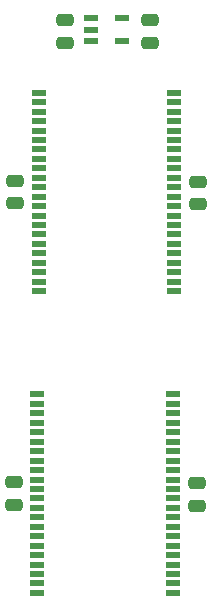
<source format=gtp>
%TF.GenerationSoftware,KiCad,Pcbnew,9.0.2*%
%TF.CreationDate,2025-06-15T19:51:53+02:00*%
%TF.ProjectId,HCP65 Coprocessor Memory,48435036-3520-4436-9f70-726f63657373,V0*%
%TF.SameCoordinates,Original*%
%TF.FileFunction,Paste,Top*%
%TF.FilePolarity,Positive*%
%FSLAX46Y46*%
G04 Gerber Fmt 4.6, Leading zero omitted, Abs format (unit mm)*
G04 Created by KiCad (PCBNEW 9.0.2) date 2025-06-15 19:51:53*
%MOMM*%
%LPD*%
G01*
G04 APERTURE LIST*
G04 Aperture macros list*
%AMRoundRect*
0 Rectangle with rounded corners*
0 $1 Rounding radius*
0 $2 $3 $4 $5 $6 $7 $8 $9 X,Y pos of 4 corners*
0 Add a 4 corners polygon primitive as box body*
4,1,4,$2,$3,$4,$5,$6,$7,$8,$9,$2,$3,0*
0 Add four circle primitives for the rounded corners*
1,1,$1+$1,$2,$3*
1,1,$1+$1,$4,$5*
1,1,$1+$1,$6,$7*
1,1,$1+$1,$8,$9*
0 Add four rect primitives between the rounded corners*
20,1,$1+$1,$2,$3,$4,$5,0*
20,1,$1+$1,$4,$5,$6,$7,0*
20,1,$1+$1,$6,$7,$8,$9,0*
20,1,$1+$1,$8,$9,$2,$3,0*%
G04 Aperture macros list end*
%ADD10RoundRect,0.250000X-0.475000X0.250000X-0.475000X-0.250000X0.475000X-0.250000X0.475000X0.250000X0*%
%ADD11RoundRect,0.250000X0.475000X-0.250000X0.475000X0.250000X-0.475000X0.250000X-0.475000X-0.250000X0*%
%ADD12R,1.295000X0.600000*%
%ADD13R,1.150000X0.600000*%
G04 APERTURE END LIST*
D10*
%TO.C,C20*%
X3556000Y-37039000D03*
X3556000Y-38939000D03*
%TD*%
D11*
%TO.C,C3*%
X19050000Y-39034000D03*
X19050000Y-37134000D03*
%TD*%
D10*
%TO.C,C2*%
X3683000Y-11512000D03*
X3683000Y-13412000D03*
%TD*%
D11*
%TO.C,C1*%
X19177000Y-13507000D03*
X19177000Y-11607000D03*
%TD*%
D12*
%TO.C,IC7*%
X5562000Y-29622000D03*
X5562000Y-30422000D03*
X5562000Y-31222000D03*
X5562000Y-32022000D03*
X5562000Y-32822000D03*
X5562000Y-33622000D03*
X5562000Y-34422000D03*
X5562000Y-35222000D03*
X5562000Y-36022000D03*
X5562000Y-36822000D03*
X5562000Y-37622000D03*
X5562000Y-38422000D03*
X5562000Y-39222000D03*
X5562000Y-40022000D03*
X5562000Y-40822000D03*
X5562000Y-41622000D03*
X5562000Y-42422000D03*
X5562000Y-43222000D03*
X5562000Y-44022000D03*
X5562000Y-44822000D03*
X5562000Y-45622000D03*
X5562000Y-46422000D03*
X17018000Y-46422000D03*
X17018000Y-45622000D03*
X17018000Y-44822000D03*
X17018000Y-44022000D03*
X17018000Y-43222000D03*
X17018000Y-42422000D03*
X17018000Y-41622000D03*
X17018000Y-40822000D03*
X17018000Y-40022000D03*
X17018000Y-39222000D03*
X17018000Y-38422000D03*
X17018000Y-37622000D03*
X17018000Y-36822000D03*
X17018000Y-36022000D03*
X17018000Y-35222000D03*
X17018000Y-34422000D03*
X17018000Y-33622000D03*
X17018000Y-32822000D03*
X17018000Y-32022000D03*
X17018000Y-31222000D03*
X17018000Y-30422000D03*
X17018000Y-29622000D03*
%TD*%
%TO.C,IC4*%
X5689000Y-4077000D03*
X5689000Y-4877000D03*
X5689000Y-5677000D03*
X5689000Y-6477000D03*
X5689000Y-7277000D03*
X5689000Y-8077000D03*
X5689000Y-8877000D03*
X5689000Y-9677000D03*
X5689000Y-10477000D03*
X5689000Y-11277000D03*
X5689000Y-12077000D03*
X5689000Y-12877000D03*
X5689000Y-13677000D03*
X5689000Y-14477000D03*
X5689000Y-15277000D03*
X5689000Y-16077000D03*
X5689000Y-16877000D03*
X5689000Y-17677000D03*
X5689000Y-18477000D03*
X5689000Y-19277000D03*
X5689000Y-20077000D03*
X5689000Y-20877000D03*
X17145000Y-20877000D03*
X17145000Y-20077000D03*
X17145000Y-19277000D03*
X17145000Y-18477000D03*
X17145000Y-17677000D03*
X17145000Y-16877000D03*
X17145000Y-16077000D03*
X17145000Y-15277000D03*
X17145000Y-14477000D03*
X17145000Y-13677000D03*
X17145000Y-12877000D03*
X17145000Y-12077000D03*
X17145000Y-11277000D03*
X17145000Y-10477000D03*
X17145000Y-9677000D03*
X17145000Y-8877000D03*
X17145000Y-8077000D03*
X17145000Y-7277000D03*
X17145000Y-6477000D03*
X17145000Y-5677000D03*
X17145000Y-4877000D03*
X17145000Y-4077000D03*
%TD*%
D10*
%TO.C,C41*%
X7874000Y2077000D03*
X7874000Y177000D03*
%TD*%
D13*
%TO.C,IC36*%
X10130000Y2220000D03*
X10130000Y1270000D03*
X10130000Y320000D03*
X12730000Y320000D03*
X12730000Y2220000D03*
%TD*%
D10*
%TO.C,C42*%
X15113000Y2077000D03*
X15113000Y177000D03*
%TD*%
M02*

</source>
